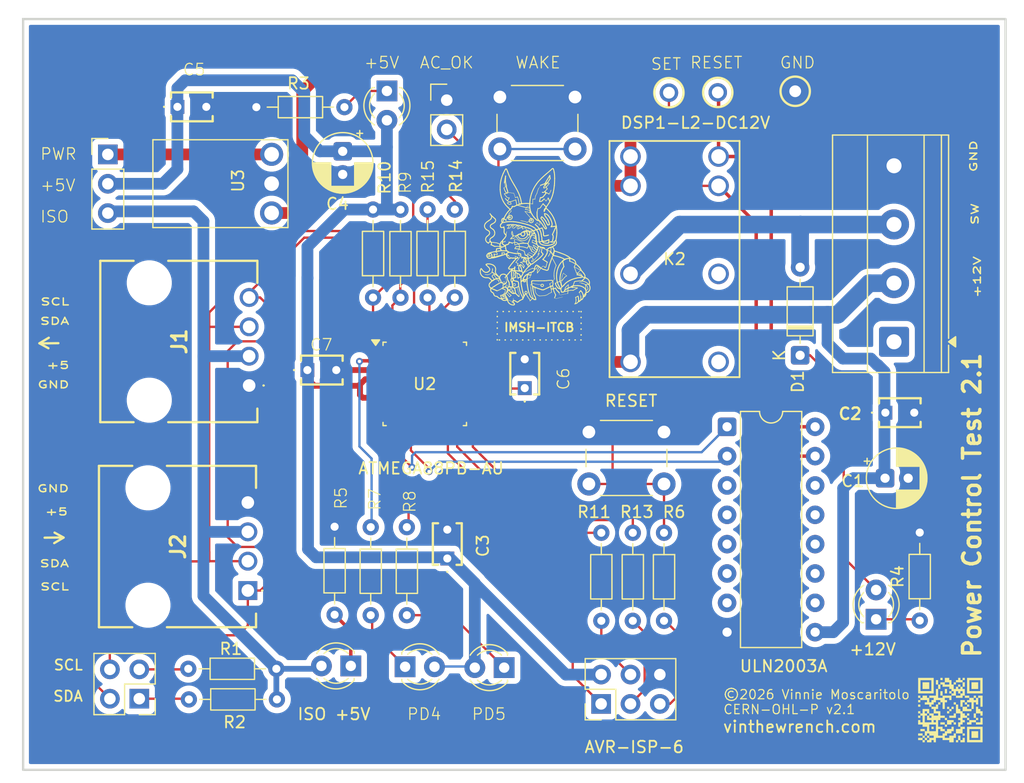
<source format=kicad_pcb>
(kicad_pcb (version 20241229) (generator "pcbnew") (generator_version "9.0")
  (layers (0 "F.Cu" signal) (2 "B.Cu" signal) (13 "F.Paste" user) (15 "B.Paste" user) (5 "F.SilkS" user "F.Silkscreen") (7 "B.SilkS" user "B.Silkscreen") (1 "F.Mask" user) (3 "B.Mask" user) (25 "Edge.Cuts" user))
  (net 0 "")
  (net 1 "/ISO SDA")
  (net 2 "/ISO SCL")
  (net 3 "GND1")
  (net 4 "Net-(U2-AREF)")
  (net 5 "/MOSI")
  (net 6 "+5V")
  (net 7 "ISO +5V")
  (net 9 "Net-(U1-I1)")
  (net 19 "Net-(U1-I2)")
  (net 20 "Net-(LED3-K)")
  (net 21 "Net-(LED4-K)")
  (net 22 "/MISO")
  (net 23 "/RESET")
  (net 24 "Net-(J5-Pin_1)")
  (net 25 "+12V")
  (net 26 "Net-(LED1-K)")
  (net 27 "+12 SWITCHED")
  (net 28 "Net-(D1-K)")
  (net 29 "Net-(LED2-K)")
  (net 31 "/SCK")
  (net 32 "Net-(J5-Pin_3)")
  (net 33 "Net-(J6-Pin_1)")
  (net 34 "Net-(U2-PD4)")
  (net 35 "Net-(U2-PD5)")
  (net 36 "/INT0")
  (net 37 "/INT1")
  (net 38 "Net-(K2-SET)")
  (net 39 "Net-(K2-RESET)")
  (net 53 "Net-(LED5-K)")
  (net 54 "Net-(J4-MOSI)")
  (net 55 "Net-(J4-~{RST})")
  (net 56 "Net-(J4-SCK)")
  (net 57 "Net-(U2-PC4)")
  (net 58 "Net-(U2-PC5)")
  (footprint "Resistor_THT:R_Axial_DIN0204_L3.6mm_D1.6mm_P7.62mm_Horizontal" (layer "F.Cu") (at 94.175 111.675 -90)
    (property "Reference" "R11")
    (property "Value" "470Ω" (hide yes))
  )
  (footprint "RCER71H104K0DBH03A:RCER71H104K0DBH03A" (layer "F.Cu") (at 80.85 113.9 90)
    (property "Reference" "C3")
    (property "Value" ".1uf" (hide yes))
  )
  (footprint "LED_THT:LED_D3.0mm" (layer "F.Cu") (at 77.2 123.275)
    (property "Reference" "LED3" (hide yes))
    (property "Value" "151033GS03000" (hide yes))
  )
  (footprint "Resistor_THT:R_Axial_DIN0204_L3.6mm_D1.6mm_P7.62mm_Horizontal" (layer "F.Cu") (at 64.33 74.825)
    (property "Reference" "R3")
    (property "Value" "5.6K" (hide yes))
  )
  (footprint "Molex 70551-0003:705510003" (layer "F.Cu") (at 63.70559 98.925 -90)
    (property "Reference" "J1")
    (property "Value" "70551-0003" (hide yes))
  )
  (footprint "Resistor_THT:R_Axial_DIN0204_L3.6mm_D1.6mm_P7.62mm_Horizontal" (layer "F.Cu") (at 58.49 126.1)
    (property "Reference" "R2")
    (property "Value" "4.7K" (hide yes))
  )
  (footprint "Resistor_THT:R_Axial_DIN0204_L3.6mm_D1.6mm_P7.62mm_Horizontal" (layer "F.Cu") (at 76.8 91.32 90)
    (property "Reference" "R9")
    (property "Value" "10K" (hide yes))
  )
  (footprint "Connector_PinHeader_2.54mm:PinHeader_2x03_P2.54mm_Vertical" (layer "F.Cu") (at 94.16 126.49 90)
    (property "Reference" "J4" (hide yes))
    (property "Value" "AVR-ISP-6")
  )
  (footprint "Keystone Testpoint:5000" (layer "F.Cu") (at 100.025 73.575)
    (property "Reference" "TP1" (hide yes))
    (property "Value" "SET")
  )
  (footprint "LED_THT:LED_D3.0mm" (layer "F.Cu") (at 117.95 119.165 90)
    (property "Reference" "LED2" (hide yes))
    (property "Value" "151033GS03000" (hide yes))
  )
  (footprint "Keystone Testpoint:5000" (layer "F.Cu") (at 110.95 73.45)
    (property "Reference" "TP3" (hide yes))
    (property "Value" "GND")
  )
  (footprint "Capacitor_THT:CP_Radial_D5.0mm_P2.00mm" (layer "F.Cu") (at 118.725 106.95)
    (property "Reference" "C1")
    (property "Value" "10uf")
  )
  (footprint "DSP1-L2-DC12V:DSP1-L2-DC12V" (layer "F.Cu") (at 96.7 79.1)
    (property "Reference" "K2")
    (property "Value" "DSP1-L2-DC12V")
  )
  (footprint "Resistor_THT:R_Axial_DIN0204_L3.6mm_D1.6mm_P7.62mm_Horizontal" (layer "F.Cu") (at 81.5 83.69 -90)
    (property "Reference" "R14")
    (property "Value" "220Ω" (hide yes))
  )
  (footprint "LED_THT:LED_D3.0mm" (layer "F.Cu") (at 75.625 73.425 -90)
    (property "Reference" "LED1" (hide yes))
    (property "Value" "151033GS03000" (hide yes))
  )
  (footprint "Resistor_THT:R_Axial_DIN0204_L3.6mm_D1.6mm_P7.62mm_Horizontal" (layer "F.Cu") (at 79.141667 83.69 -90)
    (property "Reference" "R15")
    (property "Value" "220Ω" (hide yes))
  )
  (footprint "Resistor_THT:R_Axial_DIN0204_L3.6mm_D1.6mm_P7.62mm_Horizontal" (layer "F.Cu") (at 74.425 91.31 90)
    (property "Reference" "R10")
    (property "Value" "10K" (hide yes))
  )
  (footprint "RCER71H104K0DBH03A:RCER71H104K0DBH03A" (layer "F.Cu") (at 87.55 99.15 90)
    (property "Reference" "C6")
    (property "Value" ".1uf" (hide yes))
  )
  (footprint "Resistor_THT:R_Axial_DIN0204_L3.6mm_D1.6mm_P7.62mm_Horizontal" (layer "F.Cu") (at 74.225 111.19 -90)
    (property "Reference" "R7")
    (property "Value" "5.6K" (hide yes))
  )
  (footprint "Resistor_THT:R_Axial_DIN0204_L3.6mm_D1.6mm_P7.62mm_Horizontal" (layer "F.Cu") (at 121.725 119.275 90)
    (property "Reference" "R4")
    (property "Value" "20K" (hide yes))
  )
  (footprint "Diode_THT:D_DO-35_SOD27_P7.62mm_Horizontal" (layer "F.Cu") (at 111.375 96.31 90)
    (property "Reference" "D1")
    (property "Value" "1N4148WS" (hide yes))
  )
  (footprint "Connector_PinHeader_2.54mm:PinHeader_1x02_P2.54mm_Vertical" (layer "F.Cu") (at 80.8 74.22)
    (property "Reference" "J7" (hide yes))
    (property "Value" "Conn_01x02_Pin" (hide yes))
  )
  (footprint "Resistor_THT:R_Axial_DIN0204_L3.6mm_D1.6mm_P7.62mm_Horizontal" (layer "F.Cu") (at 58.44 123.45)
    (property "Reference" "R1")
    (property "Value" "4.7K" (hide yes))
  )
  (footprint "Package_QFP:TQFP-32_7x7mm_P0.8mm" (layer "F.Cu") (at 78.9 98.7875)
    (property "Reference" "U2")
    (property "Value" "ATMEGA88PB-AU")
  )
  (footprint "TerminalBlock_Phoenix:TerminalBlock_Phoenix_MKDS-1,5-4-5.08_1x04_P5.08mm_Horizontal" (layer "F.Cu") (at 119.5 95.14 90)
    (property "Reference" "J3" (hide yes))
    (property "Value" "+12" (hide yes))
  )
  (footprint "Package_DIP:DIP-16_W7.62mm" (layer "F.Cu") (at 105.055 102.5)
    (property "Reference" "U1" (hide yes))
    (property "Value" "ULN2003A")
  )
  (footprint "RCER71H104K0DBH03A:RCER71H104K0DBH03A" (layer "F.Cu") (at 57.5 74.8)
    (property "Reference" "C5")
    (property "Value" ".1uf" (hide yes))
  )
  (footprint "RCER71H104K0DBH03A:RCER71H104K0DBH03A" (layer "F.Cu") (at 118.75 101.275)
    (property "Reference" "C2")
    (property "Value" "1uf" (hide yes))
  )
  (footprint "Capacitor_THT:CP_Radial_D5.0mm_P2.00mm" (layer "F.Cu") (at 71.8 78.65 -90)
    (property "Reference" "C4")
    (property "Value" "10uf" (hide yes))
  )
  (footprint "Keystone Testpoint:5000" (layer "F.Cu") (at 104.25 73.55)
    (property "Reference" "TP2" (hide yes))
    (property "Value" "RESET")
  )
  (footprint "LOGO" (layer "F.Cu") (at 124.375 127.025 -90)
    (property "Reference" "G***" (hide yes))
    (property "Value" "LOGO" (hide yes))
  )
  (footprint "LED_THT:LED_D3.0mm" (layer "F.Cu") (at 85.77 123.35 180)
    (property "Reference" "LED4" (hide yes))
    (property "Value" "151033RS03000" (hide yes))
  )
  (footprint "Button_Switch_THT:SW_PUSH_6mm" (layer "F.Cu") (at 93.1 102.95)
    (property "Reference" "SW1" (hide yes))
    (property "Value" "RESET")
  )
  (footprint "Connector_PinHeader_2.54mm:PinHeader_1x03_P2.54mm_Vertical" (layer "F.Cu") (at 51.48 78.92)
    (property "Reference" "J6" (hide yes))
    (property "Value" "Conn_01x03_Pin" (hide yes))
  )
  (footprint "Button_Switch_THT:SW_PUSH_6mm" (layer "F.Cu") (at 85.4 73.95)
    (property "Reference" "SW2" (hide yes))
    (property "Value" "WAKE")
  )
  (footprint "Molex 70551-0003:705510003" (layer "F.Cu") (at 63.59209 116.675 -90)
    (property "Reference" "J2")
    (property "Value" "70551-0003" (hide yes))
  )
  (footprint "Resistor_THT:R_Axial_DIN0204_L3.6mm_D1.6mm_P7.62mm_Horizontal" (layer "F.Cu") (at 99.6 111.675 -90)
    (property "Reference" "R6")
    (property "Value" "470Ω" (hide yes))
  )
  (footprint "D45V5F5:D45V5F5" (layer "F.Cu") (at 59.95 81.45 -90)
    (property "Reference" "U3")
    (property "Value" "D45V5F5")
  )
  (footprint "RCER71H104K0DBH03A:RCER71H104K0DBH03A" (layer "F.Cu") (at 68.74375 97.5875)
    (property "Reference" "C7")
    (property "Value" ".1uf" (hide yes))
  )
  (footprint "Connector_PinHeader_2.54mm:PinHeader_2x02_P2.54mm_Vertical" (layer "F.Cu") (at 54.2 126.04 180)
    (property "Reference" "J5" (hide yes))
    (property "Value" "Conn_02x02_Odd_Even" (hide yes))
  )
  (footprint "Resistor_THT:R_Axial_DIN0204_L3.6mm_D1.6mm_P7.62mm_Horizontal" (layer "F.Cu") (at 71.1 118.77 90)
    (property "Reference" "R5")
    (property "Value" "5.6K" (hide yes))
  )
  (footprint "LED_THT:LED_D3.0mm" (layer "F.Cu") (at 72.5 123.2 180)
    (property "Reference" "LED5" (hide yes))
    (property "Value" "151033GS03000" (hide yes))
  )
  (footprint "Resistor_THT:R_Axial_DIN0204_L3.6mm_D1.6mm_P7.62mm_Horizontal" (layer "F.Cu") (at 96.9 111.675 -90)
    (property "Reference" "R13")
    (property "Value" "470Ω" (hide yes))
  )
  (footprint "Resistor_THT:R_Axial_DIN0204_L3.6mm_D1.6mm_P7.62mm_Horizontal" (layer "F.Cu") (at 77.35 111.19 -90)
    (property "Reference" "R8")
    (property "Value" "5.6K" (hide yes))
  )
  (footprint "AARDVARK:rabbit small" (layer "F.Cu") (at 89.206798 93.459674)
    (property "Reference" "REF**" (hide yes))
    (property "Value" "rabbit small" (hide yes))
  )
  (gr_line (start 45.56 95.27) (end 46.34 95.7) (stroke (width 0.2)) (layer "F.SilkS"))
  (gr_line (start 47.65 112.09) (end 46.84 112.57) (stroke (width 0.2)) (layer "F.SilkS"))
  (gr_line (start 45.56 95.27) (end 46.37 94.79) (stroke (width 0.2)) (layer "F.SilkS"))
  (gr_line (start 47.65 112.09) (end 46.87 111.66) (stroke (width 0.2)) (layer "F.SilkS"))
  (gr_line (start 47.51 112.08) (end 46.01 112.1) (stroke (width 0.2)) (layer "F.SilkS"))
  (gr_line (start 45.7 95.28) (end 47.2 95.26) (stroke (width 0.2)) (layer "F.SilkS"))
  (gr_rect (start 44.15 67.2) (end 129.15 132.2) (stroke (width 0.2)) (fill no) (layer "Edge.Cuts"))
  (gr_text "SCL" (at 49.4 123.65 0) (layer "F.SilkS") (effects (font (size 0.9 0.9)) (justify right bottom)))
  (gr_text "©2026 Vinnie Moscaritolo\nCERN-OHL-P v2.1\n\n" (at 104.675 128.725 0) (layer "F.SilkS") (effects (font (size 0.8 0.8) (thickness 0.1)) (justify left bottom)))
  (gr_text "+12V" (at 127.05 87.65 90) (layer "F.SilkS") (effects (font (size 0.6 0.9) (thickness 0.125) (bold yes)) (justify right bottom)))
  (gr_text "GND" (at 126.730219 77.616759 90) (layer "F.SilkS") (effects (font (size 0.6 0.9) (thickness 0.125) (bold yes)) (justify right bottom)))
  (gr_text "SDA" (at 49.4 126.35 0) (layer "F.SilkS") (effects (font (size 0.9 0.9)) (justify right bottom)))
  (gr_text "SW" (at 126.85 83.05 90) (layer "F.SilkS") (effects (font (size 0.6 0.9) (thickness 0.125) (bold yes)) (justify right bottom)))
  (gr_text "SDA" (at 48.225 93.703878 0) (layer "F.SilkS") (effects (font (size 0.6 0.9) (thickness 0.125) (bold yes)) (justify right bottom)))
  (gr_text "SDA" (at 48.2 114.691123 0) (layer "F.SilkS") (effects (font (size 0.6 0.9) (thickness 0.125) (bold yes)) (justify right bottom)))
  (gr_text "SCL" (at 48.2 116.7 0) (layer "F.SilkS") (effects (font (size 0.6 0.9) (thickness 0.125) (bold yes)) (justify right bottom)))
  (gr_text "vinthewrench.com" (at 104.625 129.05 0) (layer "F.SilkS") (effects (font (size 1 1)) (justify left bottom)))
  (gr_text "+5" (at 48.1 110.208878 0) (layer "F.SilkS") (effects (font (size 0.6 0.9) (thickness 0.125) (bold yes)) (justify right bottom)))
  (gr_text "+5V" (at 48.74881 82.180148 0) (layer "F.SilkS") (effects (font (size 1 1) (thickness 0.1)) (justify right bottom)))
  (gr_text "GND" (at 48.2 108.2 0) (layer "F.SilkS") (effects (font (size 0.6 0.9) (thickness 0.125) (bold yes)) (justify right bottom)))
  (gr_text "ISO" (at 48.177381 84.890798 0) (layer "F.SilkS") (effects (font (size 1 1) (thickness 0.1)) (justify right bottom)))
  (gr_text "Power Control Test 2.1" (at 127.125 122.625 90) (layer "F.SilkS") (effects (font (size 1.5 1.5) (thickness 0.3) (bold yes)) (justify left bottom)))
  (gr_text "PWR" (at 48.844048 79.469498 0) (layer "F.SilkS") (effects (font (size 1 1) (thickness 0.1)) (justify right bottom)))
  (gr_text "SCL" (at 48.225 92.025 0) (layer "F.SilkS") (effects (font (size 0.6 0.9) (thickness 0.125) (bold yes)) (justify right bottom)))
  (gr_text "+5" (at 48.225 97.526123 0) (layer "F.SilkS") (effects (font (size 0.6 0.9) (thickness 0.125) (bold yes)) (justify right bottom)))
  (gr_text "GND" (at 48.225 99.205 0) (layer "F.SilkS") (effects (font (size 0.6 0.9) (thickness 0.125) (bold yes)) (justify right bottom)))
  (gr_text_box "IMSH-ITCB " (start 85.172851 92.51889) (end 92.42715 94.98111) (margins 1.0025 1.0025 1.0025 1.0025) (layer "F.SilkS") (effects (font (size 0.746 0.746) (thickness 0.15) (bold yes)) (justify top)) (border yes) (stroke (width 0.12) (type dot)))
  (segment (start 80.85 82.325) (end 81.5 82.975) (width 0.2) (layer "F.Cu") (net 1))
  (segment (start 77.3 85.55) (end 77.9 84.95) (width 0.2) (layer "F.Cu") (net 1))
  (segment (start 60.25 93.845) (end 60.25 113.35) (width 0.2) (layer "F.Cu") (net 1))
  (segment (start 67.3 85.55) (end 77.3 85.55) (width 0.2) (layer "F.Cu") (net 1))
  (segment (start 60.25 92.6) (end 67.3 85.55) (width 0.2) (layer "F.Cu") (net 1))
  (segment (start 60.25 93.845) (end 60.25 92.6) (width 0.2) (layer "F.Cu") (net 1))
  (segment (start 81.5 82.975) (end 81.5 83.69) (width 0.2) (layer "F.Cu") (net 1))
  (segment (start 77.9 82.875) (end 78.45 82.325) (width 0.2) (layer "F.Cu") (net 1))
  (segment (start 50.7 114.15) (end 60.25 114.15) (width 0.2) (layer "F.Cu") (net 1))
  (segment (start 60.25 114.15) (end 60.25 113.35) (width 0.2) (layer "F.Cu") (net 1))
  (segment (start 63.70559 93.845) (end 60.25 93.845) (width 0.2) (layer "F.Cu") (net 1))
  (segment (start 51.66 126.04) (end 50.2 124.58) (width 0.2) (layer "F.Cu") (net 1))
  (segment (start 60.25 113.35) (end 60.25 114.135) (width 0.2) (layer "F.Cu") (net 1))
  (segment (start 77.9 84.95) (end 77.9 82.875) (width 0.2) (layer "F.Cu") (net 1))
  (segment (start 50.2 114.65) (end 50.7 114.15) (width 0.2) (layer "F.Cu") (net 1))
  (segment (start 50.2 124.58) (end 50.2 114.65) (width 0.2) (layer "F.Cu") (net 1))
  (segment (start 60.25 114.135) (end 63.59209 114.135) (width 0.2) (layer "F.Cu") (net 1))
  (segment (start 78.45 82.325) (end 80.85 82.325) (width 0.2) (layer "F.Cu") (net 1))
  (segment (start 64.45 95.1) (end 62.7 95.1) (width 0.2) (layer "F.Cu") (net 2))
  (segment (start 51.65 123.49) (end 51.65 121.2) (width 0.2) (layer "F.Cu") (net 2))
  (segment (start 62.75 120.55) (end 63.59209 119.70791) (width 0.2) (layer "F.Cu") (net 2))
  (segment (start 61.85 112.05) (end 61.85 95.95) (width 0.2) (layer "F.Cu") (net 2))
  (segment (start 64.655 91.305) (end 65.2 91.85) (width 0.2) (layer "F.Cu") (net 2))
  (segment (start 63.59209 116.675) (end 64.675 116.675) (width 0.2) (layer "F.Cu") (net 2))
  (segment (start 61.85 95.95) (end 62.7 95.1) (width 0.2) (layer "F.Cu") (net 2))
  (segment (start 78.825 86.125) (end 78.825 86.1) (width 0.2) (layer "F.Cu") (net 2))
  (segment (start 51.65 121.2) (end 52.3 120.55) (width 0.2) (layer "F.Cu") (net 2))
  (segment (start 62.7 112.9) (end 61.85 112.05) (width 0.2) (layer "F.Cu") (net 2))
  (segment (start 64.675 116.675) (end 65.25 116.1) (width 0.2) (layer "F.Cu") (net 2))
  (segment (start 65.25 113.15) (end 65 112.9) (width 0.2) (layer "F.Cu") (net 2))
  (segment (start 63.59209 119.70791) (end 63.59209 116.675) (width 0.2) (layer "F.Cu") (net 2))
  (segment (start 78.825 86.1) (end 79.141667 85.783333) (width 0.2) (layer "F.Cu") (net 2))
  (segment (start 65.2 91.85) (end 65.2 94.35) (width 0.2) (layer "F.Cu") (net 2))
  (segment (start 79.141667 85.783333) (end 79.141667 83.69) (width 0.2) (layer "F.Cu") (net 2))
  (segment (start 52.3 120.55) (end 62.75 120.55) (width 0.2) (layer "F.Cu") (net 2))
  (segment (start 63.70559 91.305) (end 63.70559 90.89441) (width 0.2) (layer "F.Cu") (net 2))
  (segment (start 63.70559 90.89441) (end 68.475 86.125) (width 0.2) (layer "F.Cu") (net 2))
  (segment (start 63.70559 91.305) (end 64.655 91.305) (width 0.2) (layer "F.Cu") (net 2))
  (segment (start 65.25 116.1) (end 65.25 113.15) (width 0.2) (layer "F.Cu") (net 2))
  (segment (start 65.2 94.35) (end 64.45 95.1) (width 0.2) (layer "F.Cu") (net 2))
  (segment (start 68.475 86.125) (end 78.825 86.125) (width 0.2) (layer "F.Cu") (net 2))
  (segment (start 65 112.9) (end 62.7 112.9) (width 0.2) (layer "F.Cu") (net 2))
  (segment (start 83.0625 98.3875) (end 76.6 98.3875) (width 0.5) (layer "F.Cu") (net 3))
  (segment (start 85.8125 98.3875) (end 87.55 96.65) (width 0.5) (layer "F.Cu") (net 3))
  (segment (start 76.6 98.1375) (end 76.6 98.3875) (width 0.5) (layer "F.Cu") (net 3))
  (segment (start 74.7375 97.5875) (end 76.05 97.5875) (width 0.5) (layer "F.Cu") (net 3))
  (segment (start 76.6 98.3875) (end 76.6 98.7375) (width 0.5) (layer "F.Cu") (net 3))
  (segment (start 74.7375 97.5875) (end 71.24375 97.5875) (width 0.5) (layer "F.Cu") (net 3))
  (segment (start 76.6 98.7375) (end 76.15 99.1875) (width 0.5) (layer "F.Cu") (net 3))
  (segment (start 83.0625 98.3875) (end 85.8125 98.3875) (width 0.5) (layer "F.Cu") (net 3))
  (segment (start 76.15 99.1875) (end 74.7375 99.1875) (width 0.5) (layer "F.Cu") (net 3))
  (segment (start 76.05 97.5875) (end 76.6 98.1375) (width 0.5) (layer "F.Cu") (net 3))
  (segment (start 83.0625 99.1875) (end 87.5125 99.1875) (width 0.2) (layer "F.Cu") (net 4))
  (segment (start 87.5125 99.1875) (end 87.55 99.15) (width 0.2) (layer "F.Cu") (net 4))
  (segment (start 87.775 111.675) (end 94.175 111.675) (width 0.2) (layer "F.Cu") (net 5))
  (segment (start 80.9 102.95) (end 80.9 104.8) (width 0.2) (layer "F.Cu") (net 5))
  (segment (start 80.9 104.8) (end 87.775 111.675) (width 0.2) (layer "F.Cu") (net 5))
  (segment (start 78.89375 99.9875) (end 79.69375 100.7875) (width 0.5) (layer "F.Cu") (net 6))
  (segment (start 73.29375 99.7375) (end 73.54375 99.9875) (width 0.5) (layer "F.Cu") (net 6))
  (segment (start 74.7375 98.3875) (end 73.74375 98.3875) (width 0.5) (layer "F.Cu") (net 6))
  (segment (start 73.29375 99.7375) (end 73.29375 98.95) (width 0.5) (layer "F.Cu") (net 6))
  (segment (start 79.69375 100.7875) (end 83.0625 100.7875) (width 0.5) (layer "F.Cu") (net 6))
  (segment (start 73.74375 98.3875) (end 73.29375 98.8375) (width 0.5) (layer "F.Cu") (net 6))
  (segment (start 73.54375 99.9875) (end 74.7375 99.9875) (width 0.5) (layer "F.Cu") (net 6))
  (segment (start 68.74375 98.33125) (end 68.74375 97.5875) (width 0.5) (layer "F.Cu") (net 6))
  (segment (start 73.29375 98.8375) (end 73.29375 99.7375) (width 0.5) (layer "F.Cu") (net 6))
  (segment (start 74.7375 99.9875) (end 78.89375 99.9875) (width 0.5) (layer "F.Cu") (net 6))
  (segment (start 69.3625 98.95) (end 68.74375 98.33125) (width 0.5) (layer "F.Cu") (net 6))
  (segment (start 73.29375 98.95) (end 69.3625 98.95) (width 0.5) (layer "F.Cu") (net 6))
  (segment (start 83.23 116.03) (end 81 113.8) (width 1.016) (layer "B.Cu") (net 6))
  (segment (start 68.75 86.9) (end 68.75 89.625) (width 1.016) (layer "B.Cu") (net 6))
  (segment (start 68.475 73.55) (end 68.475 77.3) (width 1.016) (layer "B.Cu") (net 6))
  (segment (start 68.75 89.625) (end 68.74375 89.63125) (width 1.016) (layer "B.Cu") (net 6))
  (segment (start 83.23 123.35) (end 83.23 116.03) (width 1.016) (layer "B.Cu") (net 6))
  (segment (start 71.8 78.65) (end 75.25 78.65) (width 1.016) (layer "B.Cu") (net 6))
  (segment (start 68.8 113.1) (end 68.8 97.64375) (width 1.016) (layer "B.Cu") (net 6))
  (segment (start 67.425 72.5) (end 68.475 73.55) (width 1.016) (layer "B.Cu") (net 6))
  (segment (start 68.74375 89.63125) (end 68.74375 97.5875) (width 1.016) (layer "B.Cu") (net 6))
  (segment (start 81.05 113.9) (end 80.85 113.9) (width 1.016) (layer "B.Cu") (net 6))
  (segment (start 81 113.8) (end 69.5 113.8) (width 1.016) (layer "B.Cu") (net 6))
  (segment (start 74.425 83.69) (end 71.96 83.69) (width 1.016) (layer "B.Cu") (net 6))
  (segment (start 75.25 78.65) (end 75.625 78.275) (width 1.016) (layer "B.Cu") (net 6))
  (segment (start 83.13 123.25) (end 83.23 123.35) (width 0.2) (layer "B.Cu") (net 6))
  (segment (start 68.8 97.64375) (end 68.74375 97.5875) (width 1.016) (layer "B.Cu") (net 6))
  (segment (start 74.425 83.69) (end 76.783333 83.69) (width 1.016) (layer "B.Cu") (net 6))
  (segment (start 75.625 75.965) (end 75.625 83.64) (width 1.016) (layer "B.Cu") (net 6))
  (segment (start 68.475 77.3) (end 69.825 78.65) (width 1.016) (layer "B.Cu") (net 6))
  (segment (start 94.16 123.95) (end 91.1 123.95) (width 1.016) (layer "B.Cu") (net 6))
  (segment (start 79.74 123.25) (end 83.13 123.25) (width 0.2) (layer "B.Cu") (net 6))
  (segment (start 69.5 113.8) (end 68.8 113.1) (width 1.016) (layer "B.Cu") (net 6))
  (segment (start 58.175 72.5) (end 67.425 72.5) (width 1.016) (layer "B.Cu") (net 6))
  (segment (start 57.5 74.8) (end 57.5 73.175) (width 1.016) (layer "B.Cu") (net 6))
  (segment (start 56.24 81.46) (end 57.5 80.2) (width 1.016) (layer "B.Cu") (net 6))
  (segment (start 57.5 73.175) (end 58.175 72.5) (width 1.016) (layer "B.Cu") (net 6))
  (segment (start 91.1 123.95) (end 81.05 113.9) (width 1.016) (layer "B.Cu") (net 6))
  (segment (start 57.5 74.8) (end 57.5 80.2) (width 1.016) (layer "B.Cu") (net 6))
  (segment (start 51.48 81.46) (end 56.24 81.46) (width 1.016) (layer "B.Cu") (net 6))
  (segment (start 71.96 83.69) (end 68.75 86.9) (width 1.016) (layer "B.Cu") (net 6))
  (segment (start 69.825 78.65) (end 71.8 78.65) (width 1.016) (layer "B.Cu") (net 6))
  (segment (start 59.75 84.7) (end 58.9 83.85) (width 1.016) (layer "B.Cu") (net 7))
  (segment (start 66.06 123.45) (end 59.75 117.14) (width 1.016) (layer "B.Cu") (net 7))
  (segment (start 59.75 117.14) (end 59.75 84.7) (width 1.016) (layer "B.Cu") (net 7))
  (segment (start 66.06 123.45) (end 69.71 123.45) (width 0.5) (layer "B.Cu") (net 7))
  (segment (start 66.06 123.45) (end 66.06 126.05) (width 0.5) (layer "B.Cu") (net 7))
  (segment (start 69.71 123.45) (end 69.96 123.2) (width 0.5) (layer "B.Cu") (net 7))
  (segment (start 60.395 111.595) (end 63.59209 111.595) (width 1.016) (layer "B.Cu") (net 7))
  (segment (start 58.9 83.85) (end 51.65 83.85) (width 1.016) (layer "B.Cu") (net 7))
  (segment (start 63.70559 96.385) (end 59.75 96.385) (width 1.016) (layer "B.Cu") (net 7))
  (segment (start 76.9 102.95) (end 76.9 105.1) (width 0.2) (layer "F.Cu") (net 9))
  (segment (start 76.9 105.1) (end 77.8 106) (width 0.2) (layer "F.Cu") (net 9))
  (via (at 77.8 106) (size 0.6) (drill 0.3) (layers "F.Cu" "B.Cu") (net 9))
  (segment (start 102.855 104.7) (end 105.055 102.5) (width 0.2) (layer "B.Cu") (net 9))
  (segment (start 77.8 106) (end 77.8 105) (width 0.2) (layer "B.Cu") (net 9))
  (segment (start 78.1 104.7) (end 102.855 104.7) (width 0.2) (layer "B.Cu") (net 9))
  (segment (start 77.8 105) (end 78.1 104.7) (width 0.2) (layer "B.Cu") (net 9))
  (segment (start 79.275 106.125) (end 77.7 104.55) (width 0.2) (layer "F.Cu") (net 19))
  (segment (start 79.275 106.375) (end 79.275 106.125) (width 0.2) (layer "F.Cu") (net 19))
  (segment (start 77.7 104.55) (end 77.7 102.95) (width 0.2) (layer "F.Cu") (net 19))
  (via (at 79.275 106.375) (size 0.6) (drill 0.3) (layers "F.Cu" "B.Cu") (net 19))
  (segment (start 79.275 106.375) (end 80.125 105.525) (width 0.2) (layer "B.Cu") (net 19))
  (segment (start 80.125 105.525) (end 104.57 105.525) (width 0.2) (layer "B.Cu") (net 19))
  (segment (start 104.57 105.525) (end 105.055 105.04) (width 0.2) (layer "B.Cu") (net 19))
  (segment (start 74.35 120.4) (end 77.2 123.25) (width 0.2) (layer "F.Cu") (net 20))
  (segment (start 74.35 118.81) (end 74.35 120.4) (width 0.2) (layer "F.Cu") (net 20))
  (segment (start 81.23 118.81) (end 85.77 123.35) (width 0.2) (layer "F.Cu") (net 21))
  (segment (start 77.35 118.81) (end 81.23 118.81) (width 0.2) (layer "F.Cu") (net 21))
  (segment (start 81.7 102.95) (end 81.7 104.05) (width 0.2) (layer "F.Cu") (net 22))
  (segment (start 91.7 124.03) (end 94.16 126.49) (width 0.2) (layer "F.Cu") (net 22))
  (segment (start 81.7 104.225) (end 88.05 110.575) (width 0.2) (layer "F.Cu") (net 22))
  (segment (start 81.7 102.95) (end 81.7 104.225) (width 0.2) (layer "F.Cu") (net 22))
  (segment (start 88.05 110.575) (end 95.25 110.575) (width 0.2) (layer "F.Cu") (net 22))
  (segment (start 95.55 110.875) (end 95.55 115.275) (width 0.2) (layer "F.Cu") (net 22))
  (segment (start 95.55 115.275) (end 91.7 119.125) (width 0.2) (layer "F.Cu") (net 22))
  (segment (start 91.7 119.125) (end 91.7 124.03) (width 0.2) (layer "F.Cu") (net 22))
  (segment (start 95.25 110.575) (end 95.55 110.875) (width 0.2) (layer "F.Cu") (net 22))
  (segment (start 94.725 107.45) (end 93.1 107.45) (width 0.2) (layer "F.Cu") (net 23))
  (segment (start 78.5 93.225) (end 78.125 92.85) (width 0.2) (layer "F.Cu") (net 23))
  (segment (start 78.825 89.375) (end 87.325 89.375) (width 0.2) (layer "F.Cu") (net 23))
  (segment (start 78.125 92.85) (end 78.075 92.85) (width 0.2) (layer "F.Cu") (net 23))
  (segment (start 78.075 92.85) (end 77.975 92.75) (width 0.2) (layer "F.Cu") (net 23))
  (segment (start 78.5 94.625) (end 78.5 93.225) (width 0.2) (layer "F.Cu") (net 23))
  (segment (start 87.325 89.375) (end 91.375 93.425) (width 0.2) (layer "F.Cu") (net 23))
  (segment (start 92.064892 99.875) (end 93.975 99.875) (width 0.2) (layer "F.Cu") (net 23))
  (segment (start 93.975 99.875) (end 95.15 101.05) (width 0.2) (layer "F.Cu") (net 23))
  (segment (start 95.15 101.05) (end 95.15 107.025) (width 0.2) (layer "F.Cu") (net 23))
  (segment (start 77.975 92.75) (end 77.975 90.225) (width 0.2) (layer "F.Cu") (net 23))
  (segment (start 94.725 107.45) (end 99.6 107.45) (width 0.2) (layer "F.Cu") (net 23))
  (segment (start 99.6 107.45) (end 99.6 111.675) (width 0.2) (layer "F.Cu") (net 23))
  (segment (start 91.375 93.425) (end 91.375 99.185108) (width 0.2) (layer "F.Cu") (net 23))
  (segment (start 95.15 107.025) (end 94.725 107.45) (width 0.2) (layer "F.Cu") (net 23))
  (segment (start 77.975 90.225) (end 78.825 89.375) (width 0.2) (layer "F.Cu") (net 23))
  (segment (start 91.375 99.185108) (end 92.064892 99.875) (width 0.2) (layer "F.Cu") (net 23))
  (segment (start 58.43 126.04) (end 58.49 126.1) (width 0.2) (layer "F.Cu") (net 24))
  (segment (start 54.2 126.04) (end 58.43 126.04) (width 0.2) (layer "F.Cu") (net 24))
  (segment (start 71.2 70.575) (end 94.1 70.575) (width 1.016) (layer "F.Cu") (net 25))
  (segment (start 96.7 73.175) (end 96.7 79.1) (width 1.016) (layer "F.Cu") (net 25))
  (segment (start 67.51 83.99) (end 68.3 83.2) (width 1.016) (layer "F.Cu") (net 25))
  (segment (start 93.42 81.64) (end 92.8 82.26) (width 1.016) (layer "F.Cu") (net 25))
  (segment (start 94.1 70.575) (end 96.7 73.175) (width 1.016) (layer "F.Cu") (net 25))
  (segment (start 93.78 96.88) (end 92.8 95.9) (width 1.016) (layer "F.Cu") (net 25))
  (segment (start 92.8 95.9) (end 92.8 82.26) (width 1.016) (layer "F.Cu") (net 25))
  (segment (start 68.3 83.2) (end 68.3 73.475) (width 1.016) (layer "F.Cu") (net 25))
  (segment (start 96.7 81.64) (end 96.7 79.1) (width 1.016) (layer "F.Cu") (net 25))
  (segment (start 96.7 96.88) (end 93.78 96.88) (width 1.016) (layer "F.Cu") (net 25))
  (segment (start 68.3 73.475) (end 71.2 70.575) (width 1.016) (layer "F.Cu") (net 25))
  (segment (start 65.65 83.99) (end 67.51 83.99) (width 1.016) (layer "F.Cu") (net 25))
  (segment (start 96.7 81.64) (end 93.42 81.64) (width 1.016) (layer "F.Cu") (net 25))
  (segment (start 98.05 92.8) (end 112.3 92.8) (width 1.524) (layer "B.Cu") (net 25))
  (segment (start 114.62 92.8) (end 117.35 90.07) (width 1.524) (layer "B.Cu") (net 25))
  (segment (start 119.49 90.07) (end 119.5 90.06) (width 1.524) (layer "B.Cu") (net 25))
  (segment (start 118.045842 97.149) (end 117.491 96.594158) (width 1.016) (layer "B.Cu") (net 25))
  (segment (start 114.245 120.28) (end 112.675 120.28) (width 1.016) (layer "B.Cu") (net 25))
  (segment (start 115.1 119.425) (end 114.245 120.28) (width 1.016) (layer "B.Cu") (net 25))
  (segment (start 117.491 96.594158) (end 115.069158 96.594158) (width 1.016) (layer "B.Cu") (net 25))
  (segment (start 112.3 92.8) (end 113.75 92.8) (width 1.524) (layer "B.Cu") (net 25))
  (segment (start 96.7 94.15) (end 98.05 92.8) (width 1.524) (layer "B.Cu") (net 25))
  (segment (start 118.725 106.95) (end 118.675 106.9) (width 1.016) (layer "B.Cu") (net 25))
  (segment (start 115.1 107.825) (end 115.1 119.425) (width 1.016) (layer "B.Cu") (net 25))
  (segment (start 117.35 90.07) (end 119.49 90.07) (width 1.524) (layer "B.Cu") (net 25))
  (segment (start 96.7 96.88) (end 96.7 94.15) (width 1.524) (layer "B.Cu") (net 25))
  (segment (start 113.75 95.275) (end 113.75 92.8) (width 1.016) (layer "B.Cu") (net 25))
  (segment (start 115.069158 96.594158) (end 113.75 95.275) (width 1.016) (layer "B.Cu") (net 25))
  (segment (start 118.675 97.725) (end 118.099 97.149) (width 1.016) (layer "B.Cu") (net 25))
  (segment (start 118.675 106.9) (end 118.675 97.725) (width 1.016) (layer "B.Cu") (net 25))
  (segment (start 118.725 106.95) (end 115.975 106.95) (width 1.016) (layer "B.Cu") (net 25))
  (segment (start 115.975 106.95) (end 115.1 107.825) (width 1.016) (layer "B.Cu") (net 25))
  (segment (start 113.75 92.8) (end 114.62 92.8) (width 1.524) (layer "B.Cu") (net 25))
  (segment (start 118.099 97.149) (end 118.045842 97.149) (width 1.016) (layer "B.Cu") (net 25))
  (segment (start 73.35 73.425) (end 75.625 73.425) (width 0.2) (layer "F.Cu") (net 26))
  (segment (start 71.95 74.825) (end 73.35 73.425) (width 0.2) (layer "F.Cu") (net 26))
  (segment (start 111.4 85.625) (end 111.375 85.65) (width 1.524) (layer "B.Cu") (net 27))
  (segment (start 100.97 84.99) (end 96.7 89.26) (width 1.524) (layer "B.Cu") (net 27))
  (segment (start 111.4 84.99) (end 111.4 85.625) (width 1.524) (layer "B.Cu") (net 27))
  (segment (start 111.375 85.65) (end 111.375 88.69) (width 1.524) (layer "B.Cu") (net 27))
  (segment (start 111.4 84.99) (end 118.95 84.99) (width 1.524) (layer "B.Cu") (net 27))
  (segment (start 111.4 84.99) (end 100.97 84.99) (width 1.524) (layer "B.Cu") (net 27))
  (segment (start 112.235 96.31) (end 115.15 99.225) (width 0.2) (layer "F.Cu") (net 28))
  (segment (start 115.15 99.225) (end 115.15 113.825) (width 0.2) (layer "F.Cu") (net 28))
  (segment (start 111.375 96.31) (end 112.235 96.31) (width 0.2) (layer "F.Cu") (net 28))
  (segment (start 115.15 113.825) (end 117.95 116.625) (width 0.2) (layer "F.Cu") (net 28))
  (segment (start 121.615 119.165) (end 121.725 119.275) (width 0.2) (layer "F.Cu") (net 29))
  (segment (start 117.95 119.165) (end 121.615 119.165) (width 0.2) (layer "F.Cu") (net 29))
  (segment (start 83.0625 101.5875) (end 83.0625 104.2375) (width 0.2) (layer "F.Cu") (net 31))
  (segment (start 83.0625 104.2375) (end 88.5 109.675) (width 0.2) (layer "F.Cu") (net 31))
  (segment (start 96.9 110.3) (end 96.9 111.675) (width 0.2) (layer "F.Cu") (net 31))
  (segment (start 96.275 109.675) (end 96.9 110.3) (width 0.2) (layer "F.Cu") (net 31))
  (segment (start 88.5 109.675) (end 96.275 109.675) (width 0.2) (layer "F.Cu") (net 31))
  (segment (start 58.39 123.5) (end 58.44 123.45) (width 0.2) (layer "F.Cu") (net 32))
  (segment (start 54.2 123.5) (end 58.39 123.5) (width 0.2) (layer "F.Cu") (net 32))
  (segment (start 51.5 78.92) (end 65.64 78.92) (width 1.016) (layer "F.Cu") (net 33))
  (segment (start 74.7375 96.7875) (end 73.3 96.7875) (width 0.3) (layer "F.Cu") (net 34))
  (segment (start 73.3 96.7875) (end 73.25 96.8375) (width 0.3) (layer "F.Cu") (net 34))
  (via (at 73.25 96.8375) (size 0.6) (drill 0.3) (layers "F.Cu" "B.Cu") (net 34))
  (segment (start 73.25 104.2) (end 74.3 105.25) (width 0.2) (layer "B.Cu") (net 34))
  (segment (start 74.3 105.25) (end 74.3 111.14) (width 0.2) (layer "B.Cu") (net 34))
  (segment (start 73.25 96.8375) (end 73.25 104.2) (width 0.2) (layer "B.Cu") (net 34))
  (segment (start 76.1 102.95) (end 76.1 105.8) (width 0.2) (layer "F.Cu") (net 35))
  (segment (start 77.5 107.2) (end 77.5 111.04) (width 0.2) (layer "F.Cu") (net 35))
  (segment (start 77.5 111.04) (end 77.35 111.19) (width 0.2) (layer "F.Cu") (net 35))
  (segment (start 76.1 105.8) (end 77.5 107.2) (width 0.2) (layer "F.Cu") (net 35))
  (segment (start 85.275 83.375) (end 85.275 78.575) (width 0.2) (layer "F.Cu") (net 36))
  (segment (start 79.624 87.376) (end 82.949 87.376) (width 0.2) (layer "F.Cu") (net 36))
  (segment (start 85.275 78.575) (end 85.4 78.45) (width 0.2) (layer "F.Cu") (net 36))
  (segment (start 76.1 91.993333) (end 76.783333 91.31) (width 0.2) (layer "F.Cu") (net 36))
  (segment (start 85.3 83.4) (end 85.275 83.375) (width 0.2) (layer "F.Cu") (net 36))
  (segment (start 76.1 94.625) (end 76.1 91.993333) (width 0.2) (layer "F.Cu") (net 36))
  (segment (start 85.3 85.025) (end 85.3 83.4) (width 0.2) (layer "F.Cu") (net 36))
  (segment (start 76.783333 91.31) (end 76.783333 90.216667) (width 0.2) (layer "F.Cu") (net 36))
  (segment (start 76.783333 90.216667) (end 79.624 87.376) (width 0.2) (layer "F.Cu") (net 36))
  (segment (start 82.949 87.376) (end 85.3 85.025) (width 0.2) (layer "F.Cu") (net 36))
  (segment (start 85.4 78.45) (end 91.9 78.45) (width 0.2) (layer "B.Cu") (net 36))
  (segment (start 74.425 95.675) (end 74.425 91.31) (width 0.2) (layer "F.Cu") (net 37))
  (segment (start 79.31 86.425) (end 82.675 86.425) (width 0.2) (layer "F.Cu") (net 37))
  (segment (start 74.7375 95.9875) (end 74.425 95.675) (width 0.2) (layer "F.Cu") (net 37))
  (segment (start 83.5 79.46) (end 80.8 76.76) (width 0.2) (layer "F.Cu") (net 37))
  (segment (start 82.675 86.425) (end 83.5 85.6) (width 0.2) (layer "F.Cu") (net 37))
  (segment (start 74.425 91.31) (end 79.31 86.425) (width 0.2) (layer "F.Cu") (net 37))
  (segment (start 83.5 85.6) (end 83.5 79.46) (width 0.2) (layer "F.Cu") (net 37))
  (segment (start 105.75 79.1) (end 108.875 82.225) (width 0.3) (layer "F.Cu") (net 38))
  (segment (start 108.875 82.225) (end 108.875 101.525) (width 0.3) (layer "F.Cu") (net 38))
  (segment (start 104.32 79.1) (end 105.75 79.1) (width 0.3) (layer "F.Cu") (net 38))
  (segment (start 108.875 101.525) (end 109.85 102.5) (width 0.3) (layer "F.Cu") (net 38))
  (segment (start 104.32 79.1) (end 104.32 73.854466) (width 0.3) (layer "F.Cu") (net 38))
  (segment (start 109.85 102.5) (end 112.675 102.5) (width 0.3) (layer "F.Cu") (net 38))
  (segment (start 107.575 84.895) (end 107.575 102.775) (width 0.3) (layer "F.Cu") (net 39))
  (segment (start 100.025 79.975) (end 101.69 81.64) (width 0.2) (layer "F.Cu") (net 39))
  (segment (start 100.025 73.575) (end 100.025 79.975) (width 0.2) (layer "F.Cu") (net 39))
  (segment (start 107.575 102.775) (end 109.84 105.04) (width 0.3) (layer "F.Cu") (net 39))
  (segment (start 101.69 81.64) (end 104.32 81.64) (width 0.2) (layer "F.Cu") (net 39))
  (segment (start 109.84 105.04) (end 112.675 105.04) (width 0.3) (layer "F.Cu") (net 39))
  (segment (start 104.32 81.64) (end 107.575 84.895) (width 0.3) (layer "F.Cu") (net 39))
  (segment (start 72.5 120.17) (end 72.5 123.2) (width 0.3) (layer "F.Cu") (net 53))
  (segment (start 71.1 118.77) (end 72.5 120.17) (width 0.3) (layer "F.Cu") (net 53))
  (segment (start 94.175 119.295) (end 94.175 121.425) (width 0.2) (layer "F.Cu") (net 54))
  (segment (start 94.175 121.425) (end 96.7 123.95) (width 0.2) (layer "F.Cu") (net 54))
  (segment (start 101.275 120.87) (end 101.275 125.325) (width 0.2) (layer "F.Cu") (net 55))
  (segment (start 100.11 126.49) (end 99.24 126.49) (width 0.2) (layer "F.Cu") (net 55))
  (segment (start 99.6 119.195) (end 101.275 120.87) (width 0.2) (layer "F.Cu") (net 55))
  (segment (start 101.275 125.325) (end 100.11 126.49) (width 0.2) (layer "F.Cu") (net 55))
  (segment (start 96.9 119.295) (end 97.925 120.32) (width 0.2) (layer "F.Cu") (net 56))
  (segment (start 97.925 120.32) (end 97.925 125.265) (width 0.2) (layer "F.Cu") (net 56))
  (segment (start 97.925 125.265) (end 96.7 126.49) (width 0.2) (layer "F.Cu") (net 56))
  (segment (start 80.1 92.71) (end 80.1 94.625) (width 0.2) (layer "F.Cu") (net 57))
  (segment (start 81.5 91.31) (end 80.1 92.71) (width 0.2) (layer "F.Cu") (net 57))
  (segment (start 79.3 91.468333) (end 79.141667 91.31) (width 0.2) (layer "F.Cu") (net 58))
  (segment (start 79.3 94.625) (end 79.3 91.468333) (width 0.2) (layer "F.Cu") (net 58))
  (zone (net 3) (net_name "GND1") (layer "B.Cu") (connect_pads yes (clearance 0.5)) (min_thickness 0.25) (fill yes (thermal_gap 0.5) (thermal_bridge_width 0.5))
    (polygon (pts (xy 42.45 65.8) (xy 43.35 133.35) (xy 130.75 132.6) (xy 129.95 65.55) (xy 42.15 65.85)))
  )
)
</source>
